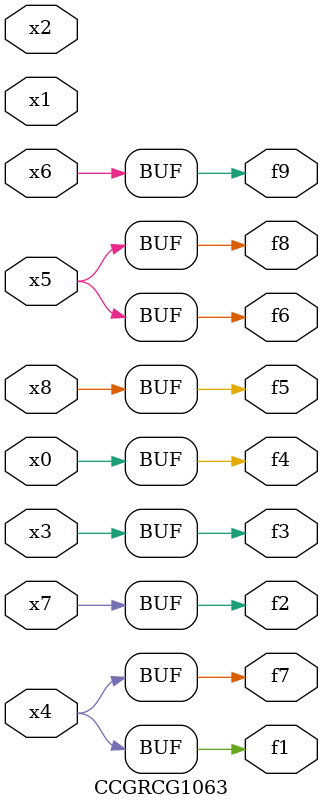
<source format=v>
module CCGRCG1063(
	input x0, x1, x2, x3, x4, x5, x6, x7, x8,
	output f1, f2, f3, f4, f5, f6, f7, f8, f9
);
	assign f1 = x4;
	assign f2 = x7;
	assign f3 = x3;
	assign f4 = x0;
	assign f5 = x8;
	assign f6 = x5;
	assign f7 = x4;
	assign f8 = x5;
	assign f9 = x6;
endmodule

</source>
